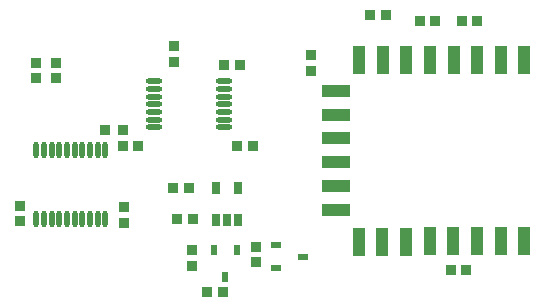
<source format=gbr>
%TF.GenerationSoftware,Altium Limited,Altium Designer,20.1.8 (145)*%
G04 Layer_Color=24703*
%FSLAX45Y45*%
%MOMM*%
%TF.SameCoordinates,2300FDCC-ED38-457A-842E-A9769F27D6F2*%
%TF.FilePolarity,Positive*%
%TF.FileFunction,Paste,Top*%
%TF.Part,Single*%
G01*
G75*
%TA.AperFunction,SMDPad,CuDef*%
G04:AMPARAMS|DCode=10|XSize=0.55mm|YSize=0.9mm|CornerRadius=0.00275mm|HoleSize=0mm|Usage=FLASHONLY|Rotation=90.000|XOffset=0mm|YOffset=0mm|HoleType=Round|Shape=RoundedRectangle|*
%AMROUNDEDRECTD10*
21,1,0.55000,0.89450,0,0,90.0*
21,1,0.54450,0.90000,0,0,90.0*
1,1,0.00550,0.44725,0.27225*
1,1,0.00550,0.44725,-0.27225*
1,1,0.00550,-0.44725,-0.27225*
1,1,0.00550,-0.44725,0.27225*
%
%ADD10ROUNDEDRECTD10*%
G04:AMPARAMS|DCode=11|XSize=0.55mm|YSize=0.9mm|CornerRadius=0.00275mm|HoleSize=0mm|Usage=FLASHONLY|Rotation=0.000|XOffset=0mm|YOffset=0mm|HoleType=Round|Shape=RoundedRectangle|*
%AMROUNDEDRECTD11*
21,1,0.55000,0.89450,0,0,0.0*
21,1,0.54450,0.90000,0,0,0.0*
1,1,0.00550,0.27225,-0.44725*
1,1,0.00550,-0.27225,-0.44725*
1,1,0.00550,-0.27225,0.44725*
1,1,0.00550,0.27225,0.44725*
%
%ADD11ROUNDEDRECTD11*%
G04:AMPARAMS|DCode=12|XSize=0.85mm|YSize=0.85mm|CornerRadius=0.00425mm|HoleSize=0mm|Usage=FLASHONLY|Rotation=0.000|XOffset=0mm|YOffset=0mm|HoleType=Round|Shape=RoundedRectangle|*
%AMROUNDEDRECTD12*
21,1,0.85000,0.84150,0,0,0.0*
21,1,0.84150,0.85000,0,0,0.0*
1,1,0.00850,0.42075,-0.42075*
1,1,0.00850,-0.42075,-0.42075*
1,1,0.00850,-0.42075,0.42075*
1,1,0.00850,0.42075,0.42075*
%
%ADD12ROUNDEDRECTD12*%
G04:AMPARAMS|DCode=13|XSize=0.85mm|YSize=0.85mm|CornerRadius=0.00425mm|HoleSize=0mm|Usage=FLASHONLY|Rotation=90.000|XOffset=0mm|YOffset=0mm|HoleType=Round|Shape=RoundedRectangle|*
%AMROUNDEDRECTD13*
21,1,0.85000,0.84150,0,0,90.0*
21,1,0.84150,0.85000,0,0,90.0*
1,1,0.00850,0.42075,0.42075*
1,1,0.00850,0.42075,-0.42075*
1,1,0.00850,-0.42075,-0.42075*
1,1,0.00850,-0.42075,0.42075*
%
%ADD13ROUNDEDRECTD13*%
%ADD14O,0.45000X1.40000*%
%ADD15O,1.40000X0.45000*%
G04:AMPARAMS|DCode=16|XSize=0.8mm|YSize=0.8mm|CornerRadius=0.004mm|HoleSize=0mm|Usage=FLASHONLY|Rotation=270.000|XOffset=0mm|YOffset=0mm|HoleType=Round|Shape=RoundedRectangle|*
%AMROUNDEDRECTD16*
21,1,0.80000,0.79200,0,0,270.0*
21,1,0.79200,0.80000,0,0,270.0*
1,1,0.00800,-0.39600,-0.39600*
1,1,0.00800,-0.39600,0.39600*
1,1,0.00800,0.39600,0.39600*
1,1,0.00800,0.39600,-0.39600*
%
%ADD16ROUNDEDRECTD16*%
G04:AMPARAMS|DCode=17|XSize=0.6mm|YSize=1.05mm|CornerRadius=0.003mm|HoleSize=0mm|Usage=FLASHONLY|Rotation=180.000|XOffset=0mm|YOffset=0mm|HoleType=Round|Shape=RoundedRectangle|*
%AMROUNDEDRECTD17*
21,1,0.60000,1.04400,0,0,180.0*
21,1,0.59400,1.05000,0,0,180.0*
1,1,0.00600,-0.29700,0.52200*
1,1,0.00600,0.29700,0.52200*
1,1,0.00600,0.29700,-0.52200*
1,1,0.00600,-0.29700,-0.52200*
%
%ADD17ROUNDEDRECTD17*%
G04:AMPARAMS|DCode=18|XSize=0.85mm|YSize=0.9mm|CornerRadius=0.00425mm|HoleSize=0mm|Usage=FLASHONLY|Rotation=0.000|XOffset=0mm|YOffset=0mm|HoleType=Round|Shape=RoundedRectangle|*
%AMROUNDEDRECTD18*
21,1,0.85000,0.89150,0,0,0.0*
21,1,0.84150,0.90000,0,0,0.0*
1,1,0.00850,0.42075,-0.44575*
1,1,0.00850,-0.42075,-0.44575*
1,1,0.00850,-0.42075,0.44575*
1,1,0.00850,0.42075,0.44575*
%
%ADD18ROUNDEDRECTD18*%
G04:AMPARAMS|DCode=19|XSize=0.85mm|YSize=0.9mm|CornerRadius=0.00425mm|HoleSize=0mm|Usage=FLASHONLY|Rotation=90.000|XOffset=0mm|YOffset=0mm|HoleType=Round|Shape=RoundedRectangle|*
%AMROUNDEDRECTD19*
21,1,0.85000,0.89150,0,0,90.0*
21,1,0.84150,0.90000,0,0,90.0*
1,1,0.00850,0.44575,0.42075*
1,1,0.00850,0.44575,-0.42075*
1,1,0.00850,-0.44575,-0.42075*
1,1,0.00850,-0.44575,0.42075*
%
%ADD19ROUNDEDRECTD19*%
%TA.AperFunction,ConnectorPad*%
G04:AMPARAMS|DCode=20|XSize=1.1mm|YSize=2.3mm|CornerRadius=0.0055mm|HoleSize=0mm|Usage=FLASHONLY|Rotation=0.000|XOffset=0mm|YOffset=0mm|HoleType=Round|Shape=RoundedRectangle|*
%AMROUNDEDRECTD20*
21,1,1.10000,2.28900,0,0,0.0*
21,1,1.08900,2.30000,0,0,0.0*
1,1,0.01100,0.54450,-1.14450*
1,1,0.01100,-0.54450,-1.14450*
1,1,0.01100,-0.54450,1.14450*
1,1,0.01100,0.54450,1.14450*
%
%ADD20ROUNDEDRECTD20*%
G04:AMPARAMS|DCode=21|XSize=1.1mm|YSize=2.3mm|CornerRadius=0.0055mm|HoleSize=0mm|Usage=FLASHONLY|Rotation=90.000|XOffset=0mm|YOffset=0mm|HoleType=Round|Shape=RoundedRectangle|*
%AMROUNDEDRECTD21*
21,1,1.10000,2.28900,0,0,90.0*
21,1,1.08900,2.30000,0,0,90.0*
1,1,0.01100,1.14450,0.54450*
1,1,0.01100,1.14450,-0.54450*
1,1,0.01100,-1.14450,-0.54450*
1,1,0.01100,-1.14450,0.54450*
%
%ADD21ROUNDEDRECTD21*%
D10*
X2604000Y500800D02*
D03*
X2374000Y405800D02*
D03*
Y595800D02*
D03*
D11*
X2045000Y560001D02*
D03*
X1855000D02*
D03*
X1950000Y330001D02*
D03*
D12*
X2209373Y584600D02*
D03*
Y454600D02*
D03*
X212060Y799000D02*
D03*
Y929000D02*
D03*
X347500Y2013760D02*
D03*
Y2143760D02*
D03*
X515620D02*
D03*
Y2013760D02*
D03*
D13*
X2049780Y1436906D02*
D03*
X2179780D02*
D03*
X3723640Y2500000D02*
D03*
X3593640D02*
D03*
X4079340D02*
D03*
X3949340D02*
D03*
X3860180Y384000D02*
D03*
X3990180D02*
D03*
X1082500Y1440180D02*
D03*
X1212500D02*
D03*
D14*
X932500Y1402500D02*
D03*
X867500D02*
D03*
X802500D02*
D03*
X737500D02*
D03*
X672500D02*
D03*
X607500D02*
D03*
X542500D02*
D03*
X477500D02*
D03*
X412500D02*
D03*
X347500D02*
D03*
X932500Y817500D02*
D03*
X867500D02*
D03*
X802500D02*
D03*
X737500D02*
D03*
X672500D02*
D03*
X607500D02*
D03*
X542500D02*
D03*
X477500D02*
D03*
X412500D02*
D03*
X347500D02*
D03*
D15*
X1935000Y1595000D02*
D03*
Y1660000D02*
D03*
Y1725000D02*
D03*
Y1790000D02*
D03*
Y1855000D02*
D03*
Y1920000D02*
D03*
Y1985000D02*
D03*
X1345000Y1595000D02*
D03*
Y1660000D02*
D03*
Y1725000D02*
D03*
Y1790000D02*
D03*
Y1855000D02*
D03*
Y1920000D02*
D03*
Y1985000D02*
D03*
D16*
X932500Y1577340D02*
D03*
X1082500D02*
D03*
D17*
X1870000Y809840D02*
D03*
X1965000D02*
D03*
X2060000D02*
D03*
Y1079840D02*
D03*
X1870000D02*
D03*
D18*
X1090000Y921820D02*
D03*
Y786820D02*
D03*
X1670000Y425001D02*
D03*
Y560001D02*
D03*
X2676016Y2209440D02*
D03*
Y2074440D02*
D03*
X1513222Y2283840D02*
D03*
Y2148840D02*
D03*
D19*
X1929880Y198120D02*
D03*
X1794880D02*
D03*
X1672540Y820000D02*
D03*
X1537540D02*
D03*
X1504880Y1079840D02*
D03*
X1639880D02*
D03*
X2070000Y2125980D02*
D03*
X1935000D02*
D03*
X3170120Y2550000D02*
D03*
X3305120D02*
D03*
D20*
X4478120Y2169560D02*
D03*
X3281780D02*
D03*
X3078580Y627460D02*
D03*
X4280000Y2169560D02*
D03*
X4079340D02*
D03*
X3881220D02*
D03*
X3678020D02*
D03*
X3479900D02*
D03*
X3081120D02*
D03*
X3279240Y627460D02*
D03*
X3477360D02*
D03*
X3678020Y630000D02*
D03*
X3878680D02*
D03*
X4076800D02*
D03*
X4280000D02*
D03*
X4478120D02*
D03*
D21*
X2882840Y1900160D02*
D03*
Y1702040D02*
D03*
Y1503920D02*
D03*
Y1300720D02*
D03*
Y1102600D02*
D03*
Y899400D02*
D03*
%TF.MD5,bb4e6333f7f83a15105e283988abe9c9*%
M02*

</source>
